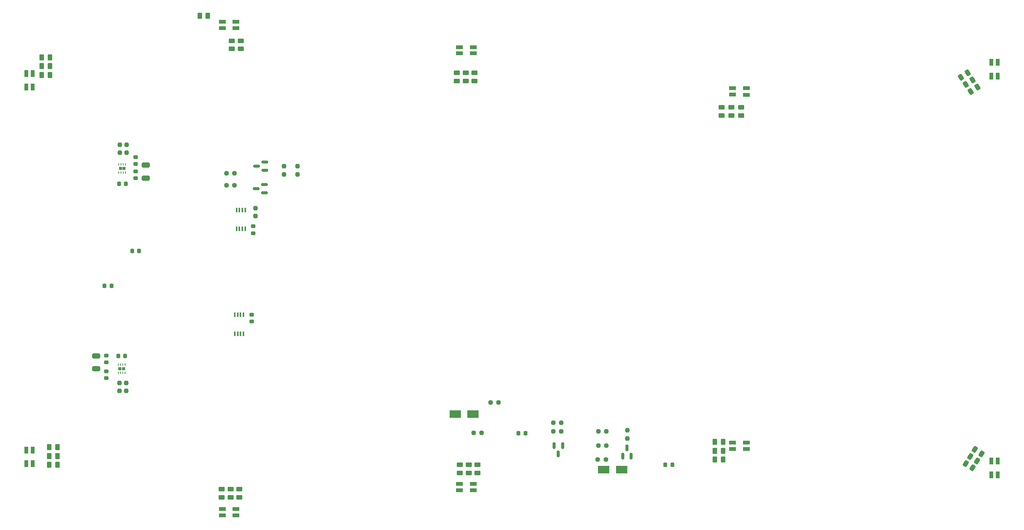
<source format=gbr>
%TF.GenerationSoftware,KiCad,Pcbnew,(6.0.2)*%
%TF.CreationDate,2022-08-16T13:23:33+02:00*%
%TF.ProjectId,BeamRider_MainBoard_v1,4265616d-5269-4646-9572-5f4d61696e42,rev?*%
%TF.SameCoordinates,Original*%
%TF.FileFunction,Paste,Bot*%
%TF.FilePolarity,Positive*%
%FSLAX46Y46*%
G04 Gerber Fmt 4.6, Leading zero omitted, Abs format (unit mm)*
G04 Created by KiCad (PCBNEW (6.0.2)) date 2022-08-16 13:23:33*
%MOMM*%
%LPD*%
G01*
G04 APERTURE LIST*
G04 Aperture macros list*
%AMRoundRect*
0 Rectangle with rounded corners*
0 $1 Rounding radius*
0 $2 $3 $4 $5 $6 $7 $8 $9 X,Y pos of 4 corners*
0 Add a 4 corners polygon primitive as box body*
4,1,4,$2,$3,$4,$5,$6,$7,$8,$9,$2,$3,0*
0 Add four circle primitives for the rounded corners*
1,1,$1+$1,$2,$3*
1,1,$1+$1,$4,$5*
1,1,$1+$1,$6,$7*
1,1,$1+$1,$8,$9*
0 Add four rect primitives between the rounded corners*
20,1,$1+$1,$2,$3,$4,$5,0*
20,1,$1+$1,$4,$5,$6,$7,0*
20,1,$1+$1,$6,$7,$8,$9,0*
20,1,$1+$1,$8,$9,$2,$3,0*%
G04 Aperture macros list end*
%ADD10RoundRect,0.250000X0.262500X0.450000X-0.262500X0.450000X-0.262500X-0.450000X0.262500X-0.450000X0*%
%ADD11R,0.650000X0.750000*%
%ADD12R,0.250000X0.500000*%
%ADD13R,2.500000X1.800000*%
%ADD14R,1.500000X0.900000*%
%ADD15RoundRect,0.225000X-0.250000X0.225000X-0.250000X-0.225000X0.250000X-0.225000X0.250000X0.225000X0*%
%ADD16RoundRect,0.250000X0.015851X-0.520725X0.461076X-0.242518X-0.015851X0.520725X-0.461076X0.242518X0*%
%ADD17RoundRect,0.237500X0.250000X0.237500X-0.250000X0.237500X-0.250000X-0.237500X0.250000X-0.237500X0*%
%ADD18RoundRect,0.150000X0.150000X-0.587500X0.150000X0.587500X-0.150000X0.587500X-0.150000X-0.587500X0*%
%ADD19RoundRect,0.250000X-0.461076X-0.242518X-0.015851X-0.520725X0.461076X0.242518X0.015851X0.520725X0*%
%ADD20RoundRect,0.237500X-0.250000X-0.237500X0.250000X-0.237500X0.250000X0.237500X-0.250000X0.237500X0*%
%ADD21RoundRect,0.225000X0.225000X0.250000X-0.225000X0.250000X-0.225000X-0.250000X0.225000X-0.250000X0*%
%ADD22RoundRect,0.237500X-0.237500X0.250000X-0.237500X-0.250000X0.237500X-0.250000X0.237500X0.250000X0*%
%ADD23RoundRect,0.150000X-0.150000X0.587500X-0.150000X-0.587500X0.150000X-0.587500X0.150000X0.587500X0*%
%ADD24RoundRect,0.250000X-0.450000X0.262500X-0.450000X-0.262500X0.450000X-0.262500X0.450000X0.262500X0*%
%ADD25RoundRect,0.225000X-0.225000X-0.250000X0.225000X-0.250000X0.225000X0.250000X-0.225000X0.250000X0*%
%ADD26RoundRect,0.250000X-0.262500X-0.450000X0.262500X-0.450000X0.262500X0.450000X-0.262500X0.450000X0*%
%ADD27RoundRect,0.250000X0.650000X-0.325000X0.650000X0.325000X-0.650000X0.325000X-0.650000X-0.325000X0*%
%ADD28RoundRect,0.237500X0.237500X-0.250000X0.237500X0.250000X-0.237500X0.250000X-0.237500X-0.250000X0*%
%ADD29R,0.400000X1.100000*%
%ADD30RoundRect,0.250000X0.450000X-0.262500X0.450000X0.262500X-0.450000X0.262500X-0.450000X-0.262500X0*%
%ADD31RoundRect,0.150000X0.587500X0.150000X-0.587500X0.150000X-0.587500X-0.150000X0.587500X-0.150000X0*%
%ADD32RoundRect,0.250000X-0.650000X0.325000X-0.650000X-0.325000X0.650000X-0.325000X0.650000X0.325000X0*%
%ADD33RoundRect,0.225000X0.250000X-0.225000X0.250000X0.225000X-0.250000X0.225000X-0.250000X-0.225000X0*%
%ADD34R,0.900000X1.500000*%
G04 APERTURE END LIST*
D10*
%TO.C,R47*%
X31312500Y-124800000D03*
X29487500Y-124800000D03*
%TD*%
D11*
%TO.C,U30*%
X45400000Y-105100000D03*
X46200000Y-105100000D03*
D12*
X45050000Y-104150000D03*
X45550000Y-104150000D03*
X46050000Y-104150000D03*
X46550000Y-104150000D03*
X46550000Y-106050000D03*
X46050000Y-106050000D03*
X45550000Y-106050000D03*
X45050000Y-106050000D03*
%TD*%
D10*
%TO.C,R43*%
X29612500Y-36800000D03*
X27787500Y-36800000D03*
%TD*%
D13*
%TO.C,D2*%
X158450000Y-127900000D03*
X154450000Y-127900000D03*
%TD*%
D14*
%TO.C,D16*%
X186550000Y-121800000D03*
X183450000Y-121800000D03*
X183450000Y-123200000D03*
X186550000Y-123200000D03*
%TD*%
D15*
%TO.C,C46*%
X75100000Y-92875000D03*
X75100000Y-94425000D03*
%TD*%
D16*
%TO.C,R33*%
X237100000Y-42500000D03*
X238647688Y-41532898D03*
%TD*%
D17*
%TO.C,R10*%
X154912500Y-125550000D03*
X153087500Y-125550000D03*
%TD*%
D18*
%TO.C,Q4*%
X160600000Y-124837500D03*
X158700000Y-124837500D03*
X159650000Y-122962500D03*
%TD*%
D19*
%TO.C,R37*%
X237026156Y-124916449D03*
X238573844Y-125883551D03*
%TD*%
D20*
%TO.C,R7*%
X143037500Y-119250000D03*
X144862500Y-119250000D03*
%TD*%
D21*
%TO.C,C47*%
X43475000Y-86400000D03*
X41925000Y-86400000D03*
%TD*%
D22*
%TO.C,R117*%
X46800000Y-108287500D03*
X46800000Y-110112500D03*
%TD*%
D10*
%TO.C,R46*%
X31312500Y-122800000D03*
X29487500Y-122800000D03*
%TD*%
D23*
%TO.C,Q7*%
X143250000Y-122412500D03*
X145150000Y-122412500D03*
X144200000Y-124287500D03*
%TD*%
D24*
%TO.C,R49*%
X70300000Y-132287500D03*
X70300000Y-134112500D03*
%TD*%
D15*
%TO.C,C42*%
X48950000Y-57325000D03*
X48950000Y-58875000D03*
%TD*%
D25*
%TO.C,C4*%
X135225000Y-119650000D03*
X136775000Y-119650000D03*
%TD*%
D26*
%TO.C,R41*%
X179487500Y-121600000D03*
X181312500Y-121600000D03*
%TD*%
D17*
%TO.C,R109*%
X71212500Y-63700000D03*
X69387500Y-63700000D03*
%TD*%
D15*
%TO.C,C50*%
X42350000Y-102125000D03*
X42350000Y-103675000D03*
%TD*%
D10*
%TO.C,R44*%
X29612500Y-38800000D03*
X27787500Y-38800000D03*
%TD*%
D21*
%TO.C,C48*%
X46575000Y-102250000D03*
X45025000Y-102250000D03*
%TD*%
D26*
%TO.C,R39*%
X179500000Y-125600000D03*
X181325000Y-125600000D03*
%TD*%
D27*
%TO.C,C40*%
X51200000Y-62075000D03*
X51200000Y-59125000D03*
%TD*%
D24*
%TO.C,R54*%
X122000000Y-126787500D03*
X122000000Y-128612500D03*
%TD*%
D28*
%TO.C,R12*%
X159750000Y-120812500D03*
X159750000Y-118987500D03*
%TD*%
D29*
%TO.C,U29*%
X73225000Y-97200000D03*
X72575000Y-97200000D03*
X71925000Y-97200000D03*
X71275000Y-97200000D03*
X71275000Y-92900000D03*
X71925000Y-92900000D03*
X72575000Y-92900000D03*
X73225000Y-92900000D03*
%TD*%
%TO.C,U28*%
X71675000Y-69250000D03*
X72325000Y-69250000D03*
X72975000Y-69250000D03*
X73625000Y-69250000D03*
X73625000Y-73550000D03*
X72975000Y-73550000D03*
X72325000Y-73550000D03*
X71675000Y-73550000D03*
%TD*%
D25*
%TO.C,C43*%
X45175000Y-63350000D03*
X46725000Y-63350000D03*
%TD*%
D30*
%TO.C,R52*%
X70600000Y-32912500D03*
X70600000Y-31087500D03*
%TD*%
%TO.C,R30*%
X121300000Y-40112500D03*
X121300000Y-38287500D03*
%TD*%
D14*
%TO.C,D19*%
X71550000Y-136800000D03*
X68450000Y-136800000D03*
X68450000Y-138200000D03*
X71550000Y-138200000D03*
%TD*%
D30*
%TO.C,R31*%
X125300000Y-40112500D03*
X125300000Y-38287500D03*
%TD*%
D31*
%TO.C,Q18*%
X78037500Y-58400000D03*
X78037500Y-60300000D03*
X76162500Y-59350000D03*
%TD*%
D22*
%TO.C,R114*%
X85450000Y-59387500D03*
X85450000Y-61212500D03*
%TD*%
D31*
%TO.C,Q17*%
X77987500Y-63500000D03*
X77987500Y-65400000D03*
X76112500Y-64450000D03*
%TD*%
D20*
%TO.C,R6*%
X125087500Y-119550000D03*
X126912500Y-119550000D03*
%TD*%
D25*
%TO.C,C44*%
X48125000Y-78500000D03*
X49675000Y-78500000D03*
%TD*%
D14*
%TO.C,D1*%
X183450000Y-43200000D03*
X186550000Y-43250000D03*
X186550000Y-41800000D03*
X183450000Y-41800000D03*
%TD*%
D13*
%TO.C,D3*%
X124950000Y-115350000D03*
X120950000Y-115350000D03*
%TD*%
D32*
%TO.C,C51*%
X40050000Y-102175000D03*
X40050000Y-105125000D03*
%TD*%
D33*
%TO.C,C45*%
X75450000Y-74500000D03*
X75450000Y-72950000D03*
%TD*%
D22*
%TO.C,R112*%
X46900000Y-54537500D03*
X46900000Y-56362500D03*
%TD*%
D28*
%TO.C,R111*%
X75950000Y-70662500D03*
X75950000Y-68837500D03*
%TD*%
D30*
%TO.C,R29*%
X183200000Y-47912500D03*
X183200000Y-46087500D03*
%TD*%
D24*
%TO.C,R50*%
X68300000Y-132287500D03*
X68300000Y-134112500D03*
%TD*%
%TO.C,R55*%
X124000000Y-126787500D03*
X124000000Y-128612500D03*
%TD*%
D21*
%TO.C,C52*%
X169875000Y-126750000D03*
X168325000Y-126750000D03*
%TD*%
D28*
%TO.C,R113*%
X45350000Y-56362500D03*
X45350000Y-54537500D03*
%TD*%
D24*
%TO.C,R56*%
X126000000Y-126787500D03*
X126000000Y-128612500D03*
%TD*%
D14*
%TO.C,D13*%
X121900000Y-33900000D03*
X125000000Y-33900000D03*
X125000000Y-32500000D03*
X121900000Y-32500000D03*
%TD*%
D11*
%TO.C,U27*%
X46300000Y-59900000D03*
X45500000Y-59900000D03*
D12*
X46650000Y-60850000D03*
X46150000Y-60850000D03*
X45650000Y-60850000D03*
X45150000Y-60850000D03*
X45150000Y-58950000D03*
X45650000Y-58950000D03*
X46150000Y-58950000D03*
X46650000Y-58950000D03*
%TD*%
D34*
%TO.C,D15*%
X243200000Y-129050000D03*
X243200000Y-125950000D03*
X241800000Y-125950000D03*
X241800000Y-129050000D03*
%TD*%
D16*
%TO.C,R35*%
X234900000Y-39300000D03*
X236447688Y-38332898D03*
%TD*%
D22*
%TO.C,R115*%
X82350000Y-59387500D03*
X82350000Y-61212500D03*
%TD*%
D34*
%TO.C,D18*%
X25700000Y-126550000D03*
X25700000Y-123450000D03*
X24300000Y-123450000D03*
X24300000Y-126550000D03*
%TD*%
D14*
%TO.C,D20*%
X71550000Y-26800000D03*
X68450000Y-26800000D03*
X68450000Y-28200000D03*
X71550000Y-28200000D03*
%TD*%
D30*
%TO.C,R32*%
X123300000Y-40112500D03*
X123300000Y-38287500D03*
%TD*%
D20*
%TO.C,R16*%
X128887500Y-112700000D03*
X130712500Y-112700000D03*
%TD*%
D10*
%TO.C,R45*%
X31312500Y-126800000D03*
X29487500Y-126800000D03*
%TD*%
D17*
%TO.C,R110*%
X71212500Y-60950000D03*
X69387500Y-60950000D03*
%TD*%
D33*
%TO.C,C41*%
X48950000Y-62075000D03*
X48950000Y-60525000D03*
%TD*%
D30*
%TO.C,R27*%
X181000000Y-47912500D03*
X181000000Y-46087500D03*
%TD*%
D28*
%TO.C,R116*%
X45300000Y-110112500D03*
X45300000Y-108287500D03*
%TD*%
D10*
%TO.C,R42*%
X29612500Y-34800000D03*
X27787500Y-34800000D03*
%TD*%
D17*
%TO.C,R14*%
X155012500Y-119250000D03*
X153187500Y-119250000D03*
%TD*%
D30*
%TO.C,R51*%
X72600000Y-32912500D03*
X72600000Y-31087500D03*
%TD*%
D26*
%TO.C,R40*%
X179487500Y-123600000D03*
X181312500Y-123600000D03*
%TD*%
D17*
%TO.C,R18*%
X144862500Y-117250000D03*
X143037500Y-117250000D03*
%TD*%
D24*
%TO.C,R48*%
X72300000Y-132287500D03*
X72300000Y-134112500D03*
%TD*%
D30*
%TO.C,R28*%
X185400000Y-47912500D03*
X185400000Y-46087500D03*
%TD*%
D14*
%TO.C,D21*%
X121900000Y-132500000D03*
X125000000Y-132500000D03*
X125000000Y-131100000D03*
X121900000Y-131100000D03*
%TD*%
D34*
%TO.C,D14*%
X243200000Y-39050000D03*
X243200000Y-35950000D03*
X241800000Y-35950000D03*
X241800000Y-39050000D03*
%TD*%
D17*
%TO.C,R9*%
X155012500Y-122450000D03*
X153187500Y-122450000D03*
%TD*%
D19*
%TO.C,R36*%
X236026156Y-126516449D03*
X237573844Y-127483551D03*
%TD*%
D34*
%TO.C,D17*%
X25700000Y-41550000D03*
X25700000Y-38450000D03*
X24300000Y-38450000D03*
X24300000Y-41550000D03*
%TD*%
D26*
%TO.C,R53*%
X63387500Y-25400000D03*
X65212500Y-25400000D03*
%TD*%
D19*
%TO.C,R38*%
X238026156Y-123316449D03*
X239573844Y-124283551D03*
%TD*%
D33*
%TO.C,C49*%
X42350000Y-107225000D03*
X42350000Y-105675000D03*
%TD*%
D16*
%TO.C,R34*%
X236000000Y-40900000D03*
X237547688Y-39932898D03*
%TD*%
M02*

</source>
